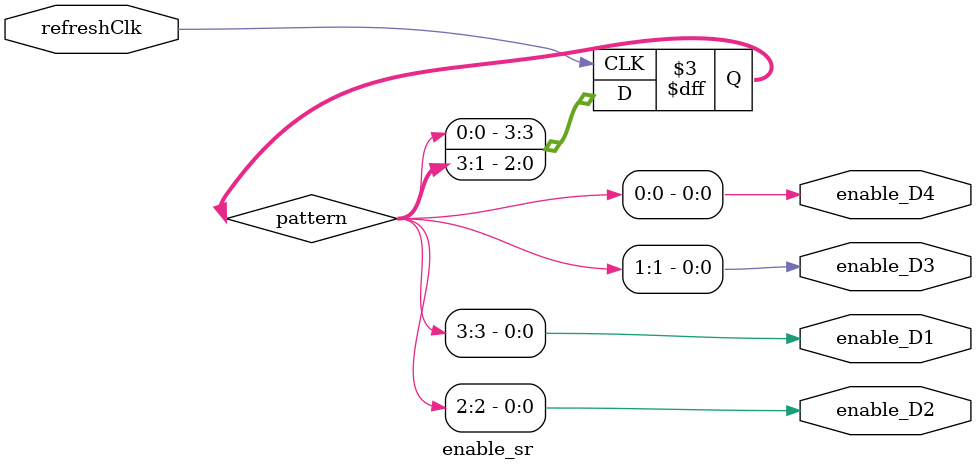
<source format=v>
`timescale 1ns / 1ps


module enable_sr(
 input refreshClk, //input clock
 output enable_D1, //right most digit
 output enable_D2, //second right most digit
 output enable_D3, //second left most digit
 output enable_D4 //left most digit
 );
 //pattern vector variable. each vector represent one digit
 //assign the pattern to 0111 so only right most digit is asserted (active low)
 reg [3:0] pattern = 4'b0111;
 assign enable_D1 = pattern[3]; //assign rightmost digit to 0; turn on rightmost
 assign enable_D2 = pattern[2]; //assign second right most digit to 1, off
 assign enable_D3 = pattern[1]; //assign second left most digit to 1, off
 assign enable_D4 = pattern[0]; //assign left most digit to 1, off
 always @(posedge refreshClk) begin
 pattern <= {pattern[0],pattern[3:1]}; //shift the vector to enable each digit
 end
endmodule

</source>
